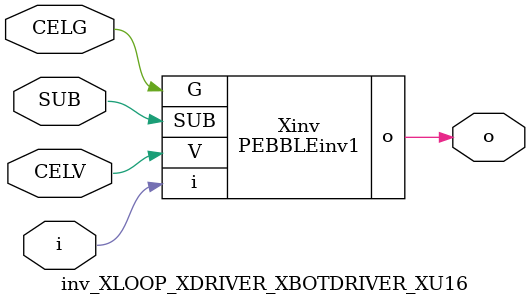
<source format=v>



module PEBBLEinv1 ( o, G, SUB, V, i );

  input V;
  input i;
  input G;
  output o;
  input SUB;
endmodule

//Celera Confidential Do Not Copy inv_XLOOP_XDRIVER_XBOTDRIVER_XU16
//Celera Confidential Symbol Generator
//5V Inverter
module inv_XLOOP_XDRIVER_XBOTDRIVER_XU16 (CELV,CELG,i,o,SUB);
input CELV;
input CELG;
input i;
input SUB;
output o;

//Celera Confidential Do Not Copy inv
PEBBLEinv1 Xinv(
.V (CELV),
.i (i),
.o (o),
.SUB (SUB),
.G (CELG)
);
//,diesize,PEBBLEinv1

//Celera Confidential Do Not Copy Module End
//Celera Schematic Generator
endmodule

</source>
